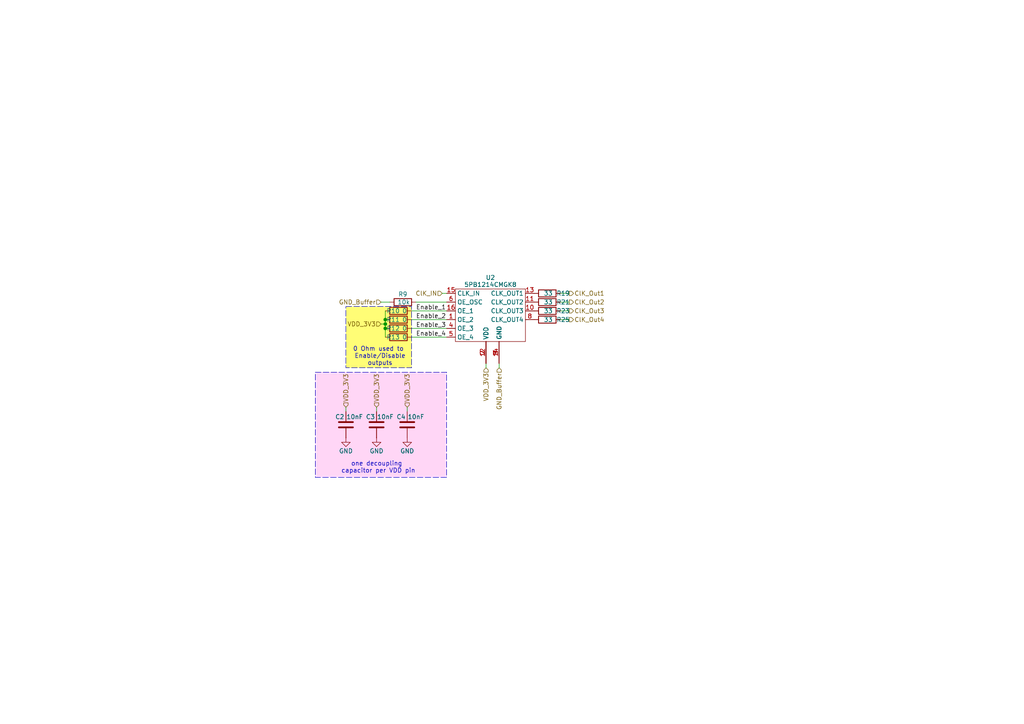
<source format=kicad_sch>
(kicad_sch (version 20231120) (generator "eeschema") (generator_version "8.0")
  (paper "A4")
  (lib_symbols
    (symbol "Custom_Symbols:5PB1214CMGK8"
      (property "Reference" "U" (at 0 0 0))
      (symbol "5PB1214CMGK8_0_1"
        (rectangle (start -10.16 -1.27) (end 10.16 -16.51))
      )
      (symbol "5PB1214CMGK8_1_1"
        (pin input line (at -12.7 -10.16 0) (length 2.54) (name "OE_2") (number "1"))
        (pin input line (at 12.7 -7.62 180) (length 2.54) (name "CLK_OUT3") (number "10"))
        (pin input line (at 12.7 -5.08 180) (length 2.54) (name "CLK_OUT2") (number "11"))
        (pin input line (at -1.27 -22.86 90) (length 6.35) (name "VDD") (number "12"))
        (pin input line (at 12.7 -2.54 180) (length 2.54) (name "CLK_OUT1") (number "13"))
        (pin input line (at 2.54 -22.86 90) (length 6.35) (name "GND") (number "14"))
        (pin input line (at -12.7 -2.54 0) (length 2.54) (name "CLK_IN") (number "15"))
        (pin input line (at -12.7 -7.62 0) (length 2.54) (name "OE_1") (number "16"))
        (pin input line (at -1.27 -22.86 90) (length 6.35) (name "VDD") (number "2"))
        (pin input line (at 2.54 -22.86 90) (length 6.35) (name "GND") (number "3"))
        (pin input line (at -12.7 -12.7 0) (length 2.54) (name "OE_3") (number "4"))
        (pin input line (at -12.7 -15.24 0) (length 2.54) (name "OE_4") (number "5"))
        (pin input line (at -12.7 -5.08 0) (length 2.54) (name "OE_OSC") (number "6"))
        (pin input line (at -1.27 -22.86 90) (length 6.35) (name "VDD") (number "7"))
        (pin input line (at 12.7 -10.16 180) (length 2.54) (name "CLK_OUT4") (number "8"))
        (pin input line (at 2.54 -22.86 90) (length 6.35) (name "GND") (number "9"))
      )
    )
    (symbol "Device:C" (pin_numbers hide) (pin_names (offset 0.254))
      (property "Reference" "C" (at 0.635 2.54 0))
      (property "Value" "C" (at 0.635 -2.54 0))
      (symbol "C_0_1"
        (polyline (pts (xy -2.032 -0.762) (xy 2.032 -0.762)) (stroke (width 0.508)))
        (polyline (pts (xy -2.032 0.762) (xy 2.032 0.762)) (stroke (width 0.508)))
      )
      (symbol "C_1_1"
        (pin passive line (at 0 3.81 270) (length 2.794) (name "~") (number "1"))
        (pin passive line (at 0 -3.81 90) (length 2.794) (name "~") (number "2"))
      )
    )
    (symbol "Device:R" (pin_numbers hide) (pin_names (offset 0))
      (property "Reference" "R" (at 2.032 0 90))
      (property "Value" "R" (at 0 0 90))
      (symbol "R_0_1"
        (rectangle (start -1.016 -2.54) (end 1.016 2.54) (stroke (width 0.254)))
      )
      (symbol "R_1_1"
        (pin passive line (at 0 3.81 270) (length 1.27) (name "~") (number "1"))
        (pin passive line (at 0 -3.81 90) (length 1.27) (name "~") (number "2"))
      )
    )
    (symbol "power:GND" (power) (pin_numbers hide) (pin_names (offset 0) hide)
      (property "Value" "GND" (at 0 -3.81 0))
      (symbol "GND_0_1"
        (polyline (pts (xy 0 0) (xy 0 -1.27) (xy 1.27 -1.27) (xy 0 -2.54) (xy -1.27 -1.27) (xy 0 -1.27)))
      )
      (symbol "GND_1_1"
        (pin power_in line (at 0 0 270) (length 0) (name "~") (number "1"))
      )
    )
  )
  (junction (at 111.76 95.25))
  (junction (at 111.76 92.71))
  (junction (at 111.76 93.98))
  (wire (pts (xy 111.76 90.17) (xy 111.76 92.71)))
  (wire (pts (xy 110.49 93.98) (xy 111.76 93.98)))
  (wire (pts (xy 120.65 87.63) (xy 129.54 87.63)))
  (wire (pts (xy 140.97 106.68) (xy 140.97 105.41)))
  (wire (pts (xy 128.27 85.09) (xy 129.54 85.09)))
  (wire (pts (xy 119.38 90.17) (xy 129.54 90.17)))
  (wire (pts (xy 162.56 90.17) (xy 165.1 90.17)))
  (wire (pts (xy 119.38 92.71) (xy 129.54 92.71)))
  (wire (pts (xy 162.56 87.63) (xy 165.1 87.63)))
  (wire (pts (xy 144.78 106.68) (xy 144.78 105.41)))
  (wire (pts (xy 119.38 97.79) (xy 129.54 97.79)))
  (wire (pts (xy 111.76 93.98) (xy 111.76 95.25)))
  (wire (pts (xy 119.38 95.25) (xy 129.54 95.25)))
  (wire (pts (xy 110.49 87.63) (xy 113.03 87.63)))
  (wire (pts (xy 109.22 118.11) (xy 109.22 119.38)))
  (wire (pts (xy 162.56 85.09) (xy 165.1 85.09)))
  (wire (pts (xy 111.76 95.25) (xy 111.76 97.79)))
  (wire (pts (xy 118.11 118.11) (xy 118.11 119.38)))
  (wire (pts (xy 111.76 92.71) (xy 111.76 93.98)))
  (wire (pts (xy 162.56 92.71) (xy 165.1 92.71)))
  (wire (pts (xy 100.33 118.11) (xy 100.33 119.38)))
  (rectangle (start 91.44 107.95) (end 129.54 138.43) (stroke (width 0) (type dash)) (fill (type color) (color 255 214 246 1)))
  (rectangle (start 100.33 88.9) (end 119.38 106.68) (stroke (width 0) (type dash)) (fill (type color) (color 255 253 118 1)))
  (text "one decoupling \ncapacitor per VDD pin" (at 109.728 135.636 0) (effects (font (size 1.27 1.27))))
  (text "0 Ohm used to \nEnable/Disable\noutputs" (at 110.236 103.378 0) (effects (font (size 1.27 1.27))))
  (label "Enable_4" (at 120.65 97.79 0))
  (label "Enable_1" (at 120.65 90.17 0))
  (label "Enable_3" (at 120.65 95.25 0))
  (label "Enable_2" (at 120.65 92.71 0))
  (hierarchical_label "VDD_3V3" (shape input) (at 109.22 118.11 90))
  (hierarchical_label "VDD_3V3" (shape input) (at 140.97 106.68 270))
  (hierarchical_label "ClK_Out2" (shape output) (at 165.1 87.63 0))
  (hierarchical_label "ClK_Out4" (shape output) (at 165.1 92.71 0))
  (hierarchical_label "VDD_3V3" (shape input) (at 100.33 118.11 90))
  (hierarchical_label "VDD_3V3" (shape input) (at 110.49 93.98 180))
  (hierarchical_label "GND_Buffer" (shape input) (at 110.49 87.63 180))
  (hierarchical_label "GND_Buffer" (shape input) (at 144.78 106.68 270))
  (hierarchical_label "ClK_IN" (shape input) (at 128.27 85.09 180))
  (hierarchical_label "ClK_Out1" (shape output) (at 165.1 85.09 0))
  (hierarchical_label "ClK_Out3" (shape output) (at 165.1 90.17 0))
  (hierarchical_label "VDD_3V3" (shape input) (at 118.11 118.11 90))
  (symbol (lib_id "Device:R") (at 158.75 85.09 90) (mirror x) (unit 1)
    (property "Reference" "R19" (at 163.322 85.09 90))
    (property "Value" "33" (at 159.004 85.09 90))
    (property "Footprint" "Resistor_SMD:R_0201_0603Metric" (effects (hide yes)))
    (property "Description" "Resistor" (effects (hide yes)))
    (instances (project "HYDRA_VMM3_CARD_V2" (path "" (reference "R19") (unit 1)) (path "" (reference "R20") (unit 1))))
  )
  (symbol (lib_id "Device:R") (at 158.75 90.17 90) (mirror x) (unit 1)
    (property "Reference" "R23" (at 163.322 90.17 90))
    (property "Value" "33" (at 159.004 90.17 90))
    (property "Footprint" "Resistor_SMD:R_0201_0603Metric" (effects (hide yes)))
    (property "Description" "Resistor" (effects (hide yes)))
    (instances (project "HYDRA_VMM3_CARD_V2" (path "" (reference "R23") (unit 1)) (path "" (reference "R24") (unit 1))))
  )
  (symbol (lib_id "Device:R") (at 115.57 95.25 90) (mirror x) (unit 1)
    (property "Reference" "R12" (at 114.046 95.25 90))
    (property "Value" "0" (at 117.348 95.25 90))
    (property "Footprint" "Resistor_SMD:R_0201_0603Metric" (effects (hide yes)))
    (property "Description" "Resistor" (effects (hide yes)))
    (instances (project "HYDRA_VMM3_CARD_V2" (path "" (reference "R12") (unit 1)) (path "" (reference "R17") (unit 1))))
  )
  (symbol (lib_id "Device:R") (at 116.84 87.63 90) (mirror x) (unit 1)
    (property "Reference" "R9" (at 116.84 85.344 90))
    (property "Value" "10k" (at 117.094 87.63 90))
    (property "Footprint" "Resistor_SMD:R_0201_0603Metric" (effects (hide yes)))
    (property "Description" "Resistor" (effects (hide yes)))
    (instances (project "HYDRA_VMM3_CARD_V2" (path "" (reference "R9") (unit 1)) (path "" (reference "R14") (unit 1))))
  )
  (symbol (lib_id "power:GND") (at 100.33 127 0) (unit 1)
    (property "Reference" "#PWR034" (effects (hide yes)))
    (property "Value" "GND" (at 100.33 130.81 0))
    (property "Description" "Power symbol creates a global label with name \"GND\" , ground" (effects (hide yes)))
    (instances (project "HYDRA_VMM3_CARD_V2" (path "" (reference "#PWR034") (unit 1)) (path "" (reference "#PWR037") (unit 1))))
  )
  (symbol (lib_id "Device:R") (at 158.75 87.63 90) (mirror x) (unit 1)
    (property "Reference" "R21" (at 163.322 87.63 90))
    (property "Value" "33" (at 159.004 87.63 90))
    (property "Footprint" "Resistor_SMD:R_0201_0603Metric" (effects (hide yes)))
    (property "Description" "Resistor" (effects (hide yes)))
    (instances (project "HYDRA_VMM3_CARD_V2" (path "" (reference "R21") (unit 1)) (path "" (reference "R22") (unit 1))))
  )
  (symbol (lib_id "Device:R") (at 115.57 92.71 90) (mirror x) (unit 1)
    (property "Reference" "R11" (at 114.046 92.71 90))
    (property "Value" "0" (at 117.348 92.71 90))
    (property "Footprint" "Resistor_SMD:R_0201_0603Metric" (effects (hide yes)))
    (property "Description" "Resistor" (effects (hide yes)))
    (instances (project "HYDRA_VMM3_CARD_V2" (path "" (reference "R11") (unit 1)) (path "" (reference "R16") (unit 1))))
  )
  (symbol (lib_id "Device:C") (at 100.33 123.19 180) (unit 1)
    (property "Reference" "C2" (at 98.552 120.904 0))
    (property "Value" "10nF" (at 102.87 120.904 0))
    (property "Footprint" "Capacitor_SMD:C_0201_0603Metric" (effects (hide yes)))
    (property "Description" "Unpolarized capacitor" (effects (hide yes)))
    (instances (project "HYDRA_VMM3_CARD_V2" (path "" (reference "C2") (unit 1)) (path "" (reference "C5") (unit 1))))
  )
  (symbol (lib_id "Device:R") (at 115.57 90.17 90) (mirror x) (unit 1)
    (property "Reference" "R10" (at 114.046 90.17 90))
    (property "Value" "0" (at 117.348 90.17 90))
    (property "Footprint" "Resistor_SMD:R_0201_0603Metric" (effects (hide yes)))
    (property "Description" "Resistor" (effects (hide yes)))
    (instances (project "HYDRA_VMM3_CARD_V2" (path "" (reference "R10") (unit 1)) (path "" (reference "R15") (unit 1))))
  )
  (symbol (lib_id "power:GND") (at 118.11 127 0) (unit 1)
    (property "Reference" "#PWR036" (effects (hide yes)))
    (property "Value" "GND" (at 118.11 130.81 0))
    (property "Description" "Power symbol creates a global label with name \"GND\" , ground" (effects (hide yes)))
    (instances (project "HYDRA_VMM3_CARD_V2" (path "" (reference "#PWR036") (unit 1)) (path "" (reference "#PWR039") (unit 1))))
  )
  (symbol (lib_id "power:GND") (at 109.22 127 0) (unit 1)
    (property "Reference" "#PWR035" (effects (hide yes)))
    (property "Value" "GND" (at 109.22 130.81 0))
    (property "Description" "Power symbol creates a global label with name \"GND\" , ground" (effects (hide yes)))
    (instances (project "HYDRA_VMM3_CARD_V2" (path "" (reference "#PWR035") (unit 1)) (path "" (reference "#PWR038") (unit 1))))
  )
  (symbol (lib_id "Device:R") (at 115.57 97.79 90) (mirror x) (unit 1)
    (property "Reference" "R13" (at 114.046 97.79 90))
    (property "Value" "0" (at 117.348 97.79 90))
    (property "Footprint" "Resistor_SMD:R_0201_0603Metric" (effects (hide yes)))
    (property "Description" "Resistor" (effects (hide yes)))
    (instances (project "HYDRA_VMM3_CARD_V2" (path "" (reference "R13") (unit 1)) (path "" (reference "R18") (unit 1))))
  )
  (symbol (lib_id "Custom_Symbols:5PB1214CMGK8") (at 142.24 82.55 0) (unit 1)
    (property "Reference" "U2" (at 142.24 80.518 0))
    (property "Value" "5PB1214CMGK8" (at 142.24 82.55 0))
    (property "Footprint" "Custom_Footprints:5PB1214CMGK8" (effects (hide yes)))
    (property "Description" "5PB1214CMGK8" (effects (hide yes)))
    (instances (project "" (path "" (reference "U2") (unit 1)) (path "" (reference "U3") (unit 1))))
  )
  (symbol (lib_id "Device:R") (at 158.75 92.71 90) (mirror x) (unit 1)
    (property "Reference" "R25" (at 163.322 92.71 90))
    (property "Value" "33" (at 159.004 92.71 90))
    (property "Footprint" "Resistor_SMD:R_0201_0603Metric" (effects (hide yes)))
    (property "Description" "Resistor" (effects (hide yes)))
    (instances (project "HYDRA_VMM3_CARD_V2" (path "" (reference "R25") (unit 1)) (path "" (reference "R26") (unit 1))))
  )
  (symbol (lib_id "Device:C") (at 118.11 123.19 180) (unit 1)
    (property "Reference" "C4" (at 116.332 120.904 0))
    (property "Value" "10nF" (at 120.65 120.904 0))
    (property "Footprint" "Capacitor_SMD:C_0201_0603Metric" (effects (hide yes)))
    (property "Description" "Unpolarized capacitor" (effects (hide yes)))
    (instances (project "HYDRA_VMM3_CARD_V2" (path "" (reference "C4") (unit 1)) (path "" (reference "C7") (unit 1))))
  )
  (symbol (lib_id "Device:C") (at 109.22 123.19 180) (unit 1)
    (property "Reference" "C3" (at 107.442 120.904 0))
    (property "Value" "10nF" (at 111.76 120.904 0))
    (property "Footprint" "Capacitor_SMD:C_0201_0603Metric" (effects (hide yes)))
    (property "Description" "Unpolarized capacitor" (effects (hide yes)))
    (instances (project "HYDRA_VMM3_CARD_V2" (path "" (reference "C3") (unit 1)) (path "" (reference "C6") (unit 1))))
  )
)
</source>
